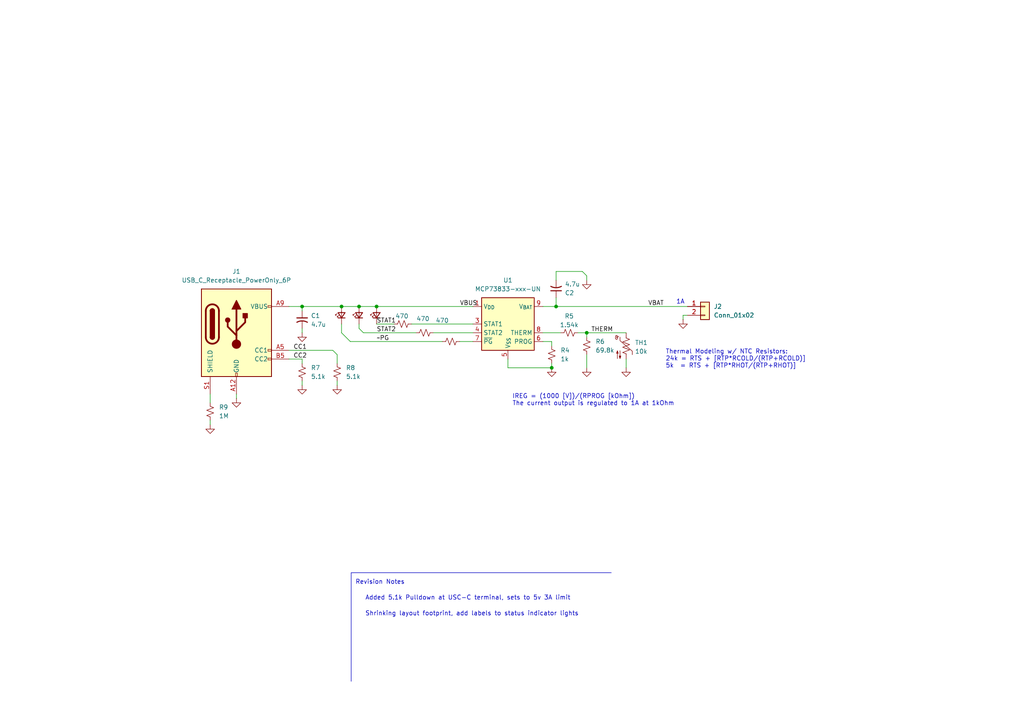
<source format=kicad_sch>
(kicad_sch (version 20250114) (generator "eeschema") (generator_version "9.0")
  (paper "A4")
  (lib_symbols
    (symbol "Battery_Management:MCP73833-xxx-UN"
      (property "Reference" "U" (at -6.35 8.89 0))
      (property "Value" "MCP73833-xxx-UN" (at 10.16 8.89 0))
      (symbol "MCP73833-xxx-UN_1_1"
        (rectangle (start -7.62 7.62) (end 7.62 -7.62) (stroke (width 0.254)) (fill (type background)))
        (pin power_in line (at -10.16 5.08 0) (length 2.54) (name "V_{DD}") (number "1"))
        (pin passive line (at -10.16 5.08 0) (length 2.54) (hide yes) (name "V_{DD}") (number "2"))
        (pin open_collector line (at -10.16 0 0) (length 2.54) (name "STAT1") (number "3"))
        (pin open_collector line (at -10.16 -2.54 0) (length 2.54) (name "STAT2") (number "4"))
        (pin open_collector line (at -10.16 -5.08 0) (length 2.54) (name "~{PG}") (number "7"))
        (pin power_in line (at 0 -10.16 90) (length 2.54) (name "V_{SS}") (number "5"))
        (pin passive line (at 10.16 5.08 180) (length 2.54) (hide yes) (name "V_{BAT}") (number "10"))
        (pin power_out line (at 10.16 5.08 180) (length 2.54) (name "V_{BAT}") (number "9"))
        (pin passive line (at 10.16 -2.54 180) (length 2.54) (name "THERM") (number "8"))
        (pin input line (at 10.16 -5.08 180) (length 2.54) (name "PROG") (number "6"))
      )
    )
    (symbol "Connector:USB_C_Receptacle_PowerOnly_6P" (pin_names (offset 1.016))
      (property "Reference" "J" (at 0 16.51 0))
      (property "Value" "USB_C_Receptacle_PowerOnly_6P" (at 0 13.97 0))
      (symbol "USB_C_Receptacle_PowerOnly_6P_0_0"
        (rectangle (start -0.254 -12.7) (end 0.254 -11.684))
        (rectangle (start 10.16 7.874) (end 9.144 7.366))
        (rectangle (start 10.16 -4.826) (end 9.144 -5.334))
        (rectangle (start 10.16 -7.366) (end 9.144 -7.874))
      )
      (symbol "USB_C_Receptacle_PowerOnly_6P_0_1"
        (rectangle (start -10.16 12.7) (end 10.16 -12.7) (stroke (width 0.254)) (fill (type background)))
        (polyline (pts (xy -8.89 -1.27) (xy -8.89 6.35)) (stroke (width 0.508)))
        (rectangle (start -7.62 -1.27) (end -6.35 6.35) (stroke (width 0.254)) (fill (type outline)))
        (arc (start -7.62 6.35) (mid -6.985 6.9823) (end -6.35 6.35) (stroke (width 0.254)))
        (arc (start -7.62 6.35) (mid -6.985 6.9823) (end -6.35 6.35) (stroke (width 0.254)) (fill (type outline)))
        (arc (start -8.89 6.35) (mid -6.985 8.2467) (end -5.08 6.35) (stroke (width 0.508)))
        (arc (start -5.08 -1.27) (mid -6.985 -3.1667) (end -8.89 -1.27) (stroke (width 0.508)))
        (arc (start -6.35 -1.27) (mid -6.985 -1.9023) (end -7.62 -1.27) (stroke (width 0.254)))
        (arc (start -6.35 -1.27) (mid -6.985 -1.9023) (end -7.62 -1.27) (stroke (width 0.254)) (fill (type outline)))
        (polyline (pts (xy -5.08 6.35) (xy -5.08 -1.27)) (stroke (width 0.508)))
        (circle (center -2.54 3.683) (radius 0.635) (stroke (width 0.254)) (fill (type outline)))
        (polyline (pts (xy -1.27 6.858) (xy 0 9.398) (xy 1.27 6.858) (xy -1.27 6.858)) (stroke (width 0.254)) (fill (type outline)))
        (polyline (pts (xy 0 0.508) (xy 2.54 3.048) (xy 2.54 4.318)) (stroke (width 0.508)))
        (polyline (pts (xy 0 -0.762) (xy -2.54 1.778) (xy -2.54 3.048)) (stroke (width 0.508)))
        (polyline (pts (xy 0 -3.302) (xy 0 6.858)) (stroke (width 0.508)))
        (circle (center 0 -3.302) (radius 1.27) (fill (type outline)))
        (rectangle (start 1.905 4.318) (end 3.175 5.588) (stroke (width 0.254)) (fill (type outline)))
      )
      (symbol "USB_C_Receptacle_PowerOnly_6P_1_1"
        (pin passive line (at -7.62 -17.78 90) (length 5.08) (name "SHIELD") (number "S1"))
        (pin passive line (at 0 -17.78 90) (length 5.08) (name "GND") (number "A12"))
        (pin passive line (at 0 -17.78 90) (length 5.08) (hide yes) (name "GND") (number "B12"))
        (pin passive line (at 15.24 7.62 180) (length 5.08) (name "VBUS") (number "A9"))
        (pin passive line (at 15.24 7.62 180) (length 5.08) (hide yes) (name "VBUS") (number "B9"))
        (pin bidirectional line (at 15.24 -5.08 180) (length 5.08) (name "CC1") (number "A5"))
        (pin bidirectional line (at 15.24 -7.62 180) (length 5.08) (name "CC2") (number "B5"))
      )
    )
    (symbol "Connector_Generic:Conn_01x02" (pin_names (offset 1.016) (hide yes))
      (property "Reference" "J" (at 0 2.54 0))
      (property "Value" "Conn_01x02" (at 0 -5.08 0))
      (symbol "Conn_01x02_1_1"
        (rectangle (start -1.27 1.27) (end 1.27 -3.81) (stroke (width 0.254)) (fill (type background)))
        (rectangle (start -1.27 0.127) (end 0 -0.127) (stroke (width 0.1524)))
        (rectangle (start -1.27 -2.413) (end 0 -2.667) (stroke (width 0.1524)))
        (pin passive line (at -5.08 0 0) (length 3.81) (name "Pin_1") (number "1"))
        (pin passive line (at -5.08 -2.54 0) (length 3.81) (name "Pin_2") (number "2"))
      )
    )
    (symbol "Device:C_Small_US" (pin_numbers (hide yes)) (pin_names (offset 0.254) (hide yes))
      (property "Reference" "C" (at 0.254 1.778 0))
      (property "Value" "C_Small_US" (at 0.254 -2.032 0))
      (symbol "C_Small_US_0_1"
        (polyline (pts (xy -1.524 0.508) (xy 1.524 0.508)) (stroke (width 0.3048)))
        (arc (start -1.524 -0.762) (mid 0 -0.3734) (end 1.524 -0.762) (stroke (width 0.3048)))
      )
      (symbol "C_Small_US_1_1"
        (pin passive line (at 0 2.54 270) (length 2.032) (name "~") (number "1"))
        (pin passive line (at 0 -2.54 90) (length 2.032) (name "~") (number "2"))
      )
    )
    (symbol "Device:LED_Small" (pin_numbers (hide yes)) (pin_names (offset 0.254) (hide yes))
      (property "Reference" "D" (at -1.27 3.175 0))
      (property "Value" "LED_Small" (at -4.445 -2.54 0))
      (symbol "LED_Small_0_1"
        (polyline (pts (xy -0.762 -1.016) (xy -0.762 1.016)) (stroke (width 0.254)))
        (polyline (pts (xy 0 0.762) (xy -0.508 1.27) (xy -0.254 1.27) (xy -0.508 1.27) (xy -0.508 1.016)))
        (polyline (pts (xy 0.508 1.27) (xy 0 1.778) (xy 0.254 1.778) (xy 0 1.778) (xy 0 1.524)))
        (polyline (pts (xy 0.762 -1.016) (xy -0.762 0) (xy 0.762 1.016) (xy 0.762 -1.016)) (stroke (width 0.254)))
        (polyline (pts (xy 1.016 0) (xy -0.762 0)))
      )
      (symbol "LED_Small_1_1"
        (pin passive line (at -2.54 0 0) (length 1.778) (name "K") (number "1"))
        (pin passive line (at 2.54 0 180) (length 1.778) (name "A") (number "2"))
      )
    )
    (symbol "Device:R_Small_US" (pin_numbers (hide yes)) (pin_names (offset 0.254) (hide yes))
      (property "Reference" "R" (at 0.762 0.508 0))
      (property "Value" "R_Small_US" (at 0.762 -1.016 0))
      (symbol "R_Small_US_1_1"
        (polyline (pts (xy 0 1.524) (xy 1.016 1.143) (xy 0 0.762) (xy -1.016 0.381) (xy 0 0)))
        (polyline (pts (xy 0 0) (xy 1.016 -0.381) (xy 0 -0.762) (xy -1.016 -1.143) (xy 0 -1.524)))
        (pin passive line (at 0 2.54 270) (length 1.016) (name "~") (number "1"))
        (pin passive line (at 0 -2.54 90) (length 1.016) (name "~") (number "2"))
      )
    )
    (symbol "Device:Thermistor_NTC_US" (pin_numbers (hide yes)) (pin_names (offset 0))
      (property "Reference" "TH" (at -4.445 0 90))
      (property "Value" "Thermistor_NTC_US" (at 3.175 0 90))
      (symbol "Thermistor_NTC_US_0_1"
        (arc (start -3.175 2.413) (mid -3.0506 2.3165) (end -3.048 2.159))
        (arc (start -3.048 2.794) (mid -2.9736 2.9736) (end -2.794 3.048))
        (arc (start -2.794 3.048) (mid -2.6144 2.9736) (end -2.54 2.794))
        (arc (start -2.794 2.54) (mid -2.9736 2.6144) (end -3.048 2.794))
        (arc (start -2.794 1.905) (mid -2.9736 1.9794) (end -3.048 2.159))
        (arc (start -2.54 2.159) (mid -2.6144 1.9794) (end -2.794 1.905))
        (arc (start -2.159 2.794) (mid -2.434 2.5608) (end -2.794 2.54))
        (polyline (pts (xy -2.54 2.159) (xy -2.54 2.794)))
        (polyline (pts (xy -2.54 -3.683) (xy -2.54 -1.397) (xy -2.794 -2.159) (xy -2.286 -2.159) (xy -2.54 -1.397) (xy -2.54 -1.651)) (fill (type outline)))
        (polyline (pts (xy -1.778 2.54) (xy -1.778 1.524) (xy 1.778 -1.524) (xy 1.778 -2.54)))
        (polyline (pts (xy -1.778 -1.397) (xy -1.778 -3.683) (xy -2.032 -2.921) (xy -1.524 -2.921) (xy -1.778 -3.683) (xy -1.778 -3.429)) (fill (type outline)))
        (polyline (pts (xy 0 2.286) (xy 0 2.54)))
        (polyline (pts (xy 0 2.286) (xy 1.016 1.905) (xy 0 1.524) (xy -1.016 1.143) (xy 0 0.762)))
        (polyline (pts (xy 0 0.762) (xy 1.016 0.381) (xy 0 0) (xy -1.016 -0.381) (xy 0 -0.762)))
        (polyline (pts (xy 0 -0.762) (xy 1.016 -1.143) (xy 0 -1.524) (xy -1.016 -1.905) (xy 0 -2.286)))
        (polyline (pts (xy 0 -2.286) (xy 0 -2.54)))
      )
      (symbol "Thermistor_NTC_US_1_1"
        (pin passive line (at 0 3.81 270) (length 1.27) (name "~") (number "1"))
        (pin passive line (at 0 -3.81 90) (length 1.27) (name "~") (number "2"))
      )
    )
    (symbol "power:GND" (power) (pin_numbers (hide yes)) (pin_names (offset 0) (hide yes))
      (property "Value" "GND" (at 0 -3.81 0))
      (symbol "GND_0_1"
        (polyline (pts (xy 0 0) (xy 0 -1.27) (xy 1.27 -1.27) (xy 0 -2.54) (xy -1.27 -1.27) (xy 0 -1.27)))
      )
      (symbol "GND_1_1"
        (pin power_in line (at 0 0 270) (length 0) (name "~") (number "1"))
      )
    )
  )
  (text "Shrinking layout footprint, add labels to status indicator lights" (at 105.918 178.054 0) (effects (font (size 1.27 1.27)) (justify left)))
  (text "Revision Notes" (at 110.236 168.91 0) (effects (font (size 1.27 1.27))))
  (text "Thermal Modeling w/ NTC Resistors:\n24k = RTS + [RTP*RCOLD/(RTP+RCOLD)]\n5k  = RTS + [RTP*RHOT/(RTP+RHOT)]" (at 193.04 104.14 0) (effects (font (size 1.27 1.27)) (justify left)))
  (text "1A" (at 197.358 87.63 0) (effects (font (size 1.27 1.27))))
  (text "IREG = (1000 [V])/(RPROG [kOhm])\nThe current output is regulated to 1A at 1kOhm" (at 148.59 116.078 0) (effects (font (size 1.27 1.27)) (justify left)))
  (text "Added 5.1k Pulldown at USC-C terminal, sets to 5v 3A limit" (at 105.918 173.482 0) (effects (font (size 1.27 1.27)) (justify left)))
  (junction (at 104.14 88.9))
  (junction (at 109.22 88.9))
  (junction (at 87.63 88.9))
  (junction (at 160.02 106.68))
  (junction (at 99.06 88.9))
  (junction (at 161.29 88.9))
  (junction (at 170.18 96.52))
  (wire (pts (xy 147.32 106.68) (xy 160.02 106.68)))
  (wire (pts (xy 109.22 88.9) (xy 137.16 88.9)))
  (wire (pts (xy 168.91 78.74) (xy 170.18 80.01)))
  (wire (pts (xy 133.35 99.06) (xy 137.16 99.06)))
  (wire (pts (xy 161.29 78.74) (xy 168.91 78.74)))
  (wire (pts (xy 161.29 88.9) (xy 199.39 88.9)))
  (wire (pts (xy 83.82 88.9) (xy 87.63 88.9)))
  (wire (pts (xy 161.29 86.36) (xy 161.29 88.9)))
  (wire (pts (xy 97.79 102.87) (xy 97.79 105.41)))
  (wire (pts (xy 104.14 95.25) (xy 105.41 96.52)))
  (wire (pts (xy 157.48 96.52) (xy 162.56 96.52)))
  (wire (pts (xy 87.63 88.9) (xy 99.06 88.9)))
  (wire (pts (xy 99.06 88.9) (xy 104.14 88.9)))
  (wire (pts (xy 99.06 93.98) (xy 99.06 96.52)))
  (wire (pts (xy 161.29 78.74) (xy 161.29 81.28)))
  (wire (pts (xy 160.02 105.41) (xy 160.02 106.68)))
  (wire (pts (xy 170.18 96.52) (xy 181.61 96.52)))
  (wire (pts (xy 181.61 104.14) (xy 181.61 106.68)))
  (wire (pts (xy 96.52 101.6) (xy 97.79 102.87)))
  (polyline (pts (xy 101.854 166.116) (xy 101.854 197.612)))
  (wire (pts (xy 170.18 80.01) (xy 170.18 81.28)))
  (wire (pts (xy 87.63 88.9) (xy 87.63 90.17)))
  (wire (pts (xy 170.18 96.52) (xy 170.18 97.79)))
  (wire (pts (xy 125.73 96.52) (xy 137.16 96.52)))
  (wire (pts (xy 119.38 93.98) (xy 137.16 93.98)))
  (wire (pts (xy 105.41 96.52) (xy 120.65 96.52)))
  (wire (pts (xy 170.18 102.87) (xy 170.18 106.68)))
  (wire (pts (xy 147.32 104.14) (xy 147.32 106.68)))
  (wire (pts (xy 83.82 104.14) (xy 87.63 104.14)))
  (wire (pts (xy 167.64 96.52) (xy 170.18 96.52)))
  (wire (pts (xy 109.22 93.98) (xy 114.3 93.98)))
  (wire (pts (xy 60.96 114.3) (xy 60.96 116.84)))
  (wire (pts (xy 87.63 95.25) (xy 87.63 96.52)))
  (wire (pts (xy 157.48 99.06) (xy 160.02 99.06)))
  (wire (pts (xy 160.02 99.06) (xy 160.02 100.33)))
  (wire (pts (xy 104.14 88.9) (xy 109.22 88.9)))
  (wire (pts (xy 83.82 101.6) (xy 96.52 101.6)))
  (wire (pts (xy 101.6 99.06) (xy 128.27 99.06)))
  (wire (pts (xy 198.12 91.44) (xy 199.39 91.44)))
  (polyline (pts (xy 177.292 166.116) (xy 101.854 166.116)))
  (wire (pts (xy 198.12 91.44) (xy 198.12 92.71)))
  (wire (pts (xy 87.63 110.49) (xy 87.63 111.76)))
  (wire (pts (xy 104.14 93.98) (xy 104.14 95.25)))
  (wire (pts (xy 60.96 121.92) (xy 60.96 123.19)))
  (wire (pts (xy 87.63 104.14) (xy 87.63 105.41)))
  (wire (pts (xy 68.58 114.3) (xy 68.58 115.57)))
  (wire (pts (xy 157.48 88.9) (xy 161.29 88.9)))
  (wire (pts (xy 97.79 110.49) (xy 97.79 111.76)))
  (wire (pts (xy 99.06 96.52) (xy 101.6 99.06)))
  (label "CC1" (at 85.09 101.6 0))
  (label "THERM" (at 171.45 96.52 0))
  (label "CC2" (at 85.09 104.14 0))
  (label "VBUS" (at 133.35 88.9 0))
  (label "VBAT" (at 187.96 88.9 0))
  (label "~PG" (at 109.22 99.06 0))
  (label "STAT2" (at 109.22 96.52 0))
  (label "STAT1" (at 109.22 93.98 0))
  (symbol (lib_id "Device:LED_Small") (at 104.14 91.44 90) (unit 1)
    (property "Reference" "D2" (effects (hide yes)))
    (property "Value" "LED" (effects (hide yes)))
    (property "Footprint" "LED_SMD:LED_0603_1608Metric" (effects (hide yes)))
    (property "Description" "Light emitting diode, small symbol" (effects (hide yes)))
    (property "Sim.Pin" "1=K 2=A" (effects (hide yes)))
  )
  (symbol (lib_id "Device:LED_Small") (at 99.06 91.44 90) (unit 1)
    (property "Reference" "D1" (effects (hide yes)))
    (property "Value" "LED" (effects (hide yes)))
    (property "Footprint" "LED_SMD:LED_0603_1608Metric" (effects (hide yes)))
    (property "Description" "Light emitting diode, small symbol" (effects (hide yes)))
    (property "Sim.Pin" "1=K 2=A" (effects (hide yes)))
  )
  (symbol (lib_id "Device:R_Small_US") (at 87.63 107.95 0) (unit 1)
    (property "Reference" "R7" (at 90.17 106.6799 0) (effects (justify left)))
    (property "Value" "5.1k" (at 90.17 109.2199 0) (effects (justify left)))
    (property "Footprint" "Resistor_SMD:R_0603_1608Metric" (effects (hide yes)))
    (property "Description" "Resistor, small US symbol" (effects (hide yes)))
  )
  (symbol (lib_id "power:GND") (at 170.18 106.68 0) (unit 1)
    (property "Reference" "#PWR01" (effects (hide yes)))
    (property "Value" "GND" (effects (hide yes)))
    (property "Description" "Power symbol creates a global label with name \"GND\" , ground" (effects (hide yes)))
  )
  (symbol (lib_id "power:GND") (at 160.02 106.68 0) (unit 1)
    (property "Reference" "#PWR04" (effects (hide yes)))
    (property "Value" "GND" (effects (hide yes)))
    (property "Description" "Power symbol creates a global label with name \"GND\" , ground" (effects (hide yes)))
  )
  (symbol (lib_id "power:GND") (at 87.63 111.76 0) (unit 1)
    (property "Reference" "#PWR08" (effects (hide yes)))
    (property "Value" "GND" (effects (hide yes)))
    (property "Description" "Power symbol creates a global label with name \"GND\" , ground" (effects (hide yes)))
  )
  (symbol (lib_id "Device:LED_Small") (at 109.22 91.44 90) (unit 1)
    (property "Reference" "D3" (effects (hide yes)))
    (property "Value" "LED" (effects (hide yes)))
    (property "Footprint" "LED_SMD:LED_0603_1608Metric" (effects (hide yes)))
    (property "Description" "Light emitting diode, small symbol" (effects (hide yes)))
    (property "Sim.Pin" "1=K 2=A" (effects (hide yes)))
  )
  (symbol (lib_id "power:GND") (at 97.79 111.76 0) (unit 1)
    (property "Reference" "#PWR09" (effects (hide yes)))
    (property "Value" "GND" (effects (hide yes)))
    (property "Description" "Power symbol creates a global label with name \"GND\" , ground" (effects (hide yes)))
  )
  (symbol (lib_id "power:GND") (at 87.63 96.52 0) (unit 1)
    (property "Reference" "#PWR02" (effects (hide yes)))
    (property "Value" "GND" (effects (hide yes)))
    (property "Description" "Power symbol creates a global label with name \"GND\" , ground" (effects (hide yes)))
  )
  (symbol (lib_id "Device:Thermistor_NTC_US") (at 181.61 100.33 0) (unit 1)
    (property "Reference" "TH1" (at 184.15 99.3774 0) (effects (justify left)))
    (property "Value" "10k" (at 184.15 101.9174 0) (effects (justify left)))
    (property "Footprint" "Resistor_SMD:R_0603_1608Metric" (effects (hide yes)))
    (property "Description" "Temperature dependent resistor, negative temperature coefficient, US symbol" (effects (hide yes)))
  )
  (symbol (lib_id "Device:C_Small_US") (at 87.63 92.71 0) (unit 1)
    (property "Reference" "C1" (at 90.17 91.5669 0) (effects (justify left)))
    (property "Value" "4.7u" (at 90.17 94.1069 0) (effects (justify left)))
    (property "Footprint" "Capacitor_SMD:C_0603_1608Metric" (effects (hide yes)))
    (property "Description" "capacitor, small US symbol" (effects (hide yes)))
  )
  (symbol (lib_id "Connector:USB_C_Receptacle_PowerOnly_6P") (at 68.58 96.52 0) (unit 1)
    (property "Reference" "J1" (at 68.58 78.74 0))
    (property "Value" "USB_C_Receptacle_PowerOnly_6P" (at 68.58 81.28 0))
    (property "Footprint" "MOLEX:USB_TypeC_2171750001_MOL" (effects (hide yes)))
    (property "Datasheet" "https://www.usb.org/sites/default/files/documents/usb_type-c.zip" (effects (hide yes)))
    (property "Description" "USB Power-Only 6P Type-C Receptacle connector" (effects (hide yes)))
  )
  (symbol (lib_id "Device:C_Small_US") (at 161.29 83.82 0) (mirror x) (unit 1)
    (property "Reference" "C2" (at 163.83 84.9631 0) (effects (justify left)))
    (property "Value" "4.7u" (at 163.83 82.4231 0) (effects (justify left)))
    (property "Footprint" "Capacitor_SMD:C_0603_1608Metric" (effects (hide yes)))
    (property "Description" "capacitor, small US symbol" (effects (hide yes)))
  )
  (symbol (lib_id "power:GND") (at 60.96 123.19 0) (unit 1)
    (property "Reference" "#PWR010" (effects (hide yes)))
    (property "Value" "GND" (effects (hide yes)))
    (property "Description" "Power symbol creates a global label with name \"GND\" , ground" (effects (hide yes)))
  )
  (symbol (lib_id "Device:R_Small_US") (at 123.19 96.52 90) (unit 1)
    (property "Reference" "R2" (effects (hide yes)))
    (property "Value" "470" (at 122.682 92.456 90))
    (property "Footprint" "Resistor_SMD:R_0603_1608Metric" (effects (hide yes)))
    (property "Description" "Resistor, small US symbol" (effects (hide yes)))
  )
  (symbol (lib_id "Device:R_Small_US") (at 116.84 93.98 90) (unit 1)
    (property "Reference" "R1" (effects (hide yes)))
    (property "Value" "470" (at 116.586 91.694 90))
    (property "Footprint" "Resistor_SMD:R_0603_1608Metric" (effects (hide yes)))
    (property "Description" "Resistor, small US symbol" (effects (hide yes)))
  )
  (symbol (lib_id "power:GND") (at 181.61 106.68 0) (unit 1)
    (property "Reference" "#PWR03" (effects (hide yes)))
    (property "Value" "GND" (effects (hide yes)))
    (property "Description" "Power symbol creates a global label with name \"GND\" , ground" (effects (hide yes)))
  )
  (symbol (lib_id "power:GND") (at 68.58 115.57 0) (unit 1)
    (property "Reference" "#PWR07" (effects (hide yes)))
    (property "Value" "GND" (effects (hide yes)))
    (property "Description" "Power symbol creates a global label with name \"GND\" , ground" (effects (hide yes)))
  )
  (symbol (lib_id "power:GND") (at 170.18 81.28 0) (unit 1)
    (property "Reference" "#PWR05" (effects (hide yes)))
    (property "Value" "GND" (effects (hide yes)))
    (property "Description" "Power symbol creates a global label with name \"GND\" , ground" (effects (hide yes)))
  )
  (symbol (lib_id "Connector_Generic:Conn_01x02") (at 204.47 88.9 0) (unit 1)
    (property "Reference" "J2" (at 207.01 88.8999 0) (effects (justify left)))
    (property "Value" "Conn_01x02" (at 207.01 91.4399 0) (effects (justify left)))
    (property "Footprint" "Connector_Molex:Molex_SPOX_5268-02A_1x02_P2.50mm_Horizontal" (effects (hide yes)))
    (property "Description" "Generic connector, single row, 01x02, script generated (kicad-library-utils/schlib/autogen/connector/)" (effects (hide yes)))
  )
  (symbol (lib_id "Battery_Management:MCP73833-xxx-UN") (at 147.32 93.98 0) (unit 1)
    (property "Reference" "U1" (at 147.32 81.28 0))
    (property "Value" "MCP73833-xxx-UN" (at 147.32 83.82 0))
    (property "Footprint" "Package_SO:MSOP-10_3x3mm_P0.5mm" (effects (hide yes)))
    (property "Datasheet" "https://ww1.microchip.com/downloads/aemDocuments/documents/OTH/ProductDocuments/DataSheets/22005b.pdf" (effects (hide yes)))
    (property "Description" "Stand-Alone Linear Li-Ion / Li-Polymer Charge Management Controller, MSOP-10" (effects (hide yes)))
  )
  (symbol (lib_id "power:GND") (at 198.12 92.71 0) (unit 1)
    (property "Reference" "#PWR06" (effects (hide yes)))
    (property "Value" "GND" (effects (hide yes)))
    (property "Description" "Power symbol creates a global label with name \"GND\" , ground" (effects (hide yes)))
  )
  (symbol (lib_id "Device:R_Small_US") (at 165.1 96.52 90) (unit 1)
    (property "Reference" "R5" (at 165.1 91.694 90))
    (property "Value" "1.54k" (at 165.1 94.234 90))
    (property "Footprint" "Resistor_SMD:R_0603_1608Metric" (effects (hide yes)))
    (property "Description" "Resistor, small US symbol" (effects (hide yes)))
  )
  (symbol (lib_id "Device:R_Small_US") (at 60.96 119.38 0) (unit 1)
    (property "Reference" "R9" (at 63.5 118.1099 0) (effects (justify left)))
    (property "Value" "1M" (at 63.5 120.6499 0) (effects (justify left)))
    (property "Footprint" "Resistor_SMD:R_0603_1608Metric" (effects (hide yes)))
    (property "Description" "Resistor, small US symbol" (effects (hide yes)))
  )
  (symbol (lib_id "Device:R_Small_US") (at 160.02 102.87 0) (unit 1)
    (property "Reference" "R4" (at 162.56 101.5999 0) (effects (justify left)))
    (property "Value" "1k" (at 162.56 104.1399 0) (effects (justify left)))
    (property "Footprint" "Resistor_SMD:R_0603_1608Metric" (effects (hide yes)))
    (property "Description" "Resistor, small US symbol" (effects (hide yes)))
  )
  (symbol (lib_id "Device:R_Small_US") (at 130.81 99.06 90) (unit 1)
    (property "Reference" "R3" (effects (hide yes)))
    (property "Value" "470" (at 128.27 92.964 90))
    (property "Footprint" "Resistor_SMD:R_0603_1608Metric" (effects (hide yes)))
    (property "Description" "Resistor, small US symbol" (effects (hide yes)))
  )
  (symbol (lib_id "Device:R_Small_US") (at 170.18 100.33 0) (unit 1)
    (property "Reference" "R6" (at 172.72 99.0599 0) (effects (justify left)))
    (property "Value" "69.8k" (at 172.72 101.5999 0) (effects (justify left)))
    (property "Footprint" "Resistor_SMD:R_0603_1608Metric" (effects (hide yes)))
    (property "Description" "Resistor, small US symbol" (effects (hide yes)))
  )
  (symbol (lib_id "Device:R_Small_US") (at 97.79 107.95 0) (unit 1)
    (property "Reference" "R8" (at 100.33 106.6799 0) (effects (justify left)))
    (property "Value" "5.1k" (at 100.33 109.2199 0) (effects (justify left)))
    (property "Footprint" "Resistor_SMD:R_0603_1608Metric" (effects (hide yes)))
    (property "Description" "Resistor, small US symbol" (effects (hide yes)))
  )
)
</source>
